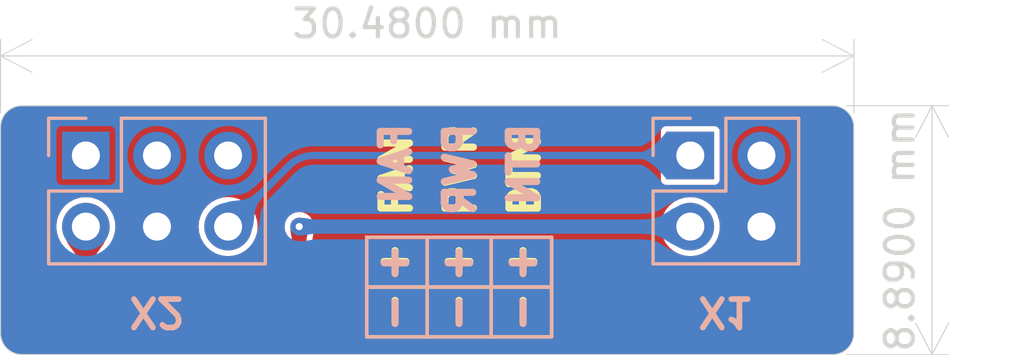
<source format=kicad_pcb>
(kicad_pcb (version 20221018) (generator pcbnew)
  (layers (0 "F.Cu" signal "Front") (31 "B.Cu" signal "Back") (34 "B.Paste" user) (35 "F.Paste" user) (36 "B.SilkS" user "B.Silkscreen") (37 "F.SilkS" user "F.Silkscreen") (38 "B.Mask" user) (39 "F.Mask" user) (44 "Edge.Cuts" user))
  (net 0 "")
  (net 1 "GND")
  (net 2 "FAN")
  (net 3 "+12V")
  (net 4 "BTN")
  (footprint "Connector_PinSocket_2.54mm:PinSocket_2x02_P2.54mm_Vertical" (layer "B.Cu") (at 99.06 88.9 180)
    (fp_text reference "X1" (at -1.27 -5.588 180 unlocked) (layer "B.SilkS") (effects (font (size 1.016 1.016) (thickness 0.2032)) (justify mirror)))
    (fp_text value "Conn_02x02_Odd_Even")
    (fp_line (start -3.87 -3.87) (end 1.33 -3.87) (stroke (width 0.12)) (layer "B.SilkS"))
    (fp_line (start -3.87 1.33) (end -3.87 -3.87) (stroke (width 0.12)) (layer "B.SilkS"))
    (fp_line (start -3.87 1.33) (end -1.27 1.33) (stroke (width 0.12)) (layer "B.SilkS"))
    (fp_line (start -1.27 -1.27) (end 1.33 -1.27) (stroke (width 0.12)) (layer "B.SilkS"))
    (fp_line (start -1.27 1.33) (end -1.27 -1.27) (stroke (width 0.12)) (layer "B.SilkS"))
    (fp_line (start 0 1.33) (end 1.33 1.33) (stroke (width 0.12)) (layer "B.SilkS"))
    (fp_line (start 1.33 -1.27) (end 1.33 -3.87) (stroke (width 0.12)) (layer "B.SilkS"))
    (fp_line (start 1.33 1.33) (end 1.33 0) (stroke (width 0.12)) (layer "B.SilkS"))
    (pad "1" thru_hole rect (at 0 0 180) (size 1.7 1.7) (drill 1) (layers "*.Cu" "*.Mask") (net 4 "BTN"))
    (pad "2" thru_hole oval (at -2.54 0 180) (size 1.7 1.7) (drill 1) (layers "*.Cu" "*.Mask") (net 3 "+12V"))
    (pad "3" thru_hole oval (at 0 -2.54 180) (size 1.7 1.7) (drill 1) (layers "*.Cu" "*.Mask") (net 2 "FAN"))
    (pad "4" thru_hole oval (at -2.54 -2.54 180) (size 1.7 1.7) (drill 1) (layers "*.Cu" "*.Mask") (net 1 "GND"))
  )
  (footprint "Connector_PinHeader_2.54mm:PinHeader_2x03_P2.54mm_Vertical" (layer "B.Cu") (at 77.47 88.9 -90)
    (fp_text reference "X2" (at 5.588 -2.54 -180 unlocked) (layer "B.SilkS") (effects (font (size 1.016 1.016) (thickness 0.2032)) (justify mirror)))
    (fp_text value "Conn_02x03_Odd_Even")
    (fp_line (start -1.33 -6.41) (end 3.87 -6.41) (stroke (width 0.12)) (layer "B.SilkS"))
    (fp_line (start -1.33 -1.27) (end -1.33 -6.41) (stroke (width 0.12)) (layer "B.SilkS"))
    (fp_line (start -1.33 -1.27) (end 1.27 -1.27) (stroke (width 0.12)) (layer "B.SilkS"))
    (fp_line (start -1.33 0) (end -1.33 1.33) (stroke (width 0.12)) (layer "B.SilkS"))
    (fp_line (start -1.33 1.33) (end 0 1.33) (stroke (width 0.12)) (layer "B.SilkS"))
    (fp_line (start 1.27 -1.27) (end 1.27 1.33) (stroke (width 0.12)) (layer "B.SilkS"))
    (fp_line (start 1.27 1.33) (end 3.87 1.33) (stroke (width 0.12)) (layer "B.SilkS"))
    (fp_line (start 3.87 1.33) (end 3.87 -6.41) (stroke (width 0.12)) (layer "B.SilkS"))
    (pad "1" thru_hole rect (at 0 0 270) (size 1.7 1.7) (drill 1) (layers "*.Cu" "*.Mask") (net 3 "+12V"))
    (pad "2" thru_hole oval (at 2.54 0 270) (size 1.7 1.7) (drill 1) (layers "*.Cu" "*.Mask") (net 2 "FAN"))
    (pad "3" thru_hole oval (at 0 -2.54 270) (size 1.7 1.7) (drill 1) (layers "*.Cu" "*.Mask") (net 3 "+12V"))
    (pad "4" thru_hole oval (at 2.54 -2.54 270) (size 1.7 1.7) (drill 1) (layers "*.Cu" "*.Mask") (net 1 "GND"))
    (pad "5" thru_hole oval (at 0 -5.08 270) (size 1.7 1.7) (drill 1) (layers "*.Cu" "*.Mask") (net 3 "+12V"))
    (pad "6" thru_hole oval (at 2.54 -5.08 270) (size 1.7 1.7) (drill 1) (layers "*.Cu" "*.Mask") (net 4 "BTN"))
  )
  (gr_line (start 89.662 91.821) (end 89.662 95.377) (stroke (width 0.127)) (layer "B.SilkS"))
  (gr_rect (start 94.107 91.821) (end 87.503 95.377) (stroke (width 0.127)) (fill none) (layer "B.SilkS"))
  (gr_line (start 94.107 93.599) (end 87.503 93.599) (stroke (width 0.127)) (layer "B.SilkS"))
  (gr_line (start 91.948 91.821) (end 91.948 95.377) (stroke (width 0.127)) (layer "B.SilkS"))
  (gr_rect (start 87.503 91.821) (end 94.107 95.377) (stroke (width 0.127)) (fill none) (layer "F.SilkS"))
  (gr_line (start 91.948 91.821) (end 91.948 95.377) (stroke (width 0.127)) (layer "F.SilkS"))
  (gr_line (start 89.662 91.821) (end 89.662 95.377) (stroke (width 0.127)) (layer "F.SilkS"))
  (gr_line (start 87.503 93.599) (end 94.107 93.599) (stroke (width 0.127)) (layer "F.SilkS"))
  (gr_arc (start 104.14 87.122) (mid 104.678815 87.345185) (end 104.902 87.884) (stroke (width 0.0381)) (layer "Edge.Cuts"))
  (gr_arc (start 74.422 87.884) (mid 74.645185 87.345185) (end 75.184 87.122) (stroke (width 0.0381)) (layer "Edge.Cuts"))
  (gr_line (start 104.902 87.884) (end 104.902 95.25) (stroke (width 0.0381)) (layer "Edge.Cuts"))
  (gr_arc (start 104.902 95.25) (mid 104.678815 95.788815) (end 104.14 96.012) (stroke (width 0.0381)) (layer "Edge.Cuts"))
  (gr_arc (start 75.184 96.012) (mid 74.645185 95.788815) (end 74.422 95.25) (stroke (width 0.0381)) (layer "Edge.Cuts"))
  (gr_line (start 104.14 96.012) (end 75.184 96.012) (stroke (width 0.0381)) (layer "Edge.Cuts"))
  (gr_line (start 75.184 87.122) (end 104.14 87.122) (stroke (width 0.0381)) (layer "Edge.Cuts"))
  (gr_line (start 74.422 95.25) (end 74.422 87.884) (stroke (width 0.0381)) (layer "Edge.Cuts"))
  (gr_text "+" (at 90.7288 92.7354 90) (layer "B.SilkS") (effects (font (size 1.016 1.016) (thickness 0.254) bold) (justify mirror)))
  (gr_text "BTN\n" (at 93.1164 87.63 90) (layer "B.SilkS") (effects (font (size 1.016 1.016) (thickness 0.254) bold) (justify left mirror)))
  (gr_text "-" (at 90.7288 94.5134 90) (layer "B.SilkS") (effects (font (size 1.016 1.016) (thickness 0.254) bold) (justify mirror)))
  (gr_text "-" (at 88.4428 94.5134 90) (layer "B.SilkS") (effects (font (size 1.016 1.016) (thickness 0.254) bold) (justify mirror)))
  (gr_text "+" (at 93.0148 92.7354 90) (layer "B.SilkS") (effects (font (size 1.016 1.016) (thickness 0.254) bold) (justify mirror)))
  (gr_text "PWR" (at 90.8304 87.63 90) (layer "B.SilkS") (effects (font (size 1.016 1.016) (thickness 0.254) bold) (justify left mirror)))
  (gr_text "-" (at 93.0148 94.5134 90) (layer "B.SilkS") (effects (font (size 1.016 1.016) (thickness 0.254) bold) (justify mirror)))
  (gr_text "FAN\n" (at 88.5444 87.63 90) (layer "B.SilkS") (effects (font (size 1.016 1.016) (thickness 0.254) bold) (justify left mirror)))
  (gr_text "+" (at 88.4428 92.7354 90) (layer "B.SilkS") (effects (font (size 1.016 1.016) (thickness 0.254) bold) (justify mirror)))
  (gr_text "-" (at 93.0148 94.4626 90) (layer "F.SilkS") (effects (font (size 1.016 1.016) (thickness 0.254) bold)))
  (gr_text "+" (at 93.0148 92.6846 90) (layer "F.SilkS") (effects (font (size 1.016 1.016) (thickness 0.254) bold)))
  (gr_text "-" (at 88.4428 94.4626 90) (layer "F.SilkS") (effects (font (size 1.016 1.016) (thickness 0.254) bold)))
  (gr_text "FAN\n" (at 88.5698 91.186 90) (layer "F.SilkS") (effects (font (size 1.016 1.016) (thickness 0.254) bold) (justify left)))
  (gr_text "+" (at 90.7288 92.6846 90) (layer "F.SilkS") (effects (font (size 1.016 1.016) (thickness 0.254) bold)))
  (gr_text "-" (at 90.7288 94.4626 90) (layer "F.SilkS") (effects (font (size 1.016 1.016) (thickness 0.254) bold)))
  (gr_text "+" (at 88.4428 92.6846 90) (layer "F.SilkS") (effects (font (size 1.016 1.016) (thickness 0.254) bold)))
  (gr_text "PWR" (at 90.8558 91.186 90) (layer "F.SilkS") (effects (font (size 1.016 1.016) (thickness 0.254) bold) (justify left)))
  (gr_text "BTN\n" (at 93.1418 91.186 90) (layer "F.SilkS") (effects (font (size 1.016 1.016) (thickness 0.254) bold) (justify left)))
  (dimension (type aligned) (layer "Edge.Cuts") (pts (xy 104.14 87.122) (xy 104.14 96.012)) (height -3.556) (gr_text "8,8900 mm" (at 106.546 91.567 90) (layer "Edge.Cuts") (effects (font (size 1 1) (thickness 0.15)))) (format (prefix "") (suffix "") (units 3) (units_format 1) (precision 4)) (style (thickness 0.0381) (arrow_length 1.27) (text_position_mode 0) (extension_height 0.58642) (extension_offset 0.5) keep_text_aligned))
  (dimension (type aligned) (layer "Edge.Cuts") (pts (xy 74.422 87.884) (xy 104.902 87.884)) (height -2.54) (gr_text "30,4800 mm" (at 89.662 84.194) (layer "Edge.Cuts") (effects (font (size 1 1) (thickness 0.15)))) (format (prefix "") (suffix "") (units 3) (units_format 1) (precision 4)) (style (thickness 0.0381) (arrow_length 1.27) (text_position_mode 0) (extension_height 0.58642) (extension_offset 0.5) keep_text_aligned))
  (segment (start 77.47 91.44) (end 77.47 92.964) (width 0.508) (layer "F.Cu") (net 2))
  (segment (start 77.47 92.964) (end 77.851 93.345) (width 0.508) (layer "F.Cu") (net 2))
  (segment (start 84.709 93.345) (end 85.09 92.964) (width 0.508) (layer "F.Cu") (net 2))
  (segment (start 77.851 93.345) (end 84.709 93.345) (width 0.508) (layer "F.Cu") (net 2))
  (segment (start 85.09 92.964) (end 85.09 91.44) (width 0.508) (layer "F.Cu") (net 2))
  (via (at 85.09 91.44) (size 0.635) (drill 0.254) (layers "F.Cu" "B.Cu") (net 2))
  (segment (start 85.09 91.44) (end 99.06 91.44) (width 0.508) (layer "B.Cu") (net 2))
  (segment (start 84.718025 89.271975) (end 82.55 91.44) (width 0.254) (layer "B.Cu") (net 4))
  (segment (start 99.06 88.9) (end 85.616051 88.9) (width 0.254) (layer "B.Cu") (net 4))
  (arc (start 85.616051 88.9) (mid 85.130043 88.996673) (end 84.718025 89.271975) (width 0.254) (layer "B.Cu") (net 4))
  (zone (net 3) (net_name "+12V") (layer "F.Cu") (name "GND") (connect_pads yes (clearance 0.2)) (min_thickness 0.2) (fill yes (thermal_gap 0.22) (thermal_bridge_width 0.4))
    (polygon (pts (xy 104.902 96.012) (xy 74.422 96.012) (xy 74.422 87.122) (xy 104.902 87.122)))
  )
  (zone (net 1) (net_name "GND") (layer "B.Cu") (name "GND") (connect_pads yes (clearance 0.2)) (min_thickness 0.2) (fill yes (thermal_gap 0.22) (thermal_bridge_width 0.4))
    (polygon (pts (xy 104.902 96.012) (xy 74.422 96.012) (xy 74.422 87.122) (xy 104.902 87.122)))
  )
)
</source>
